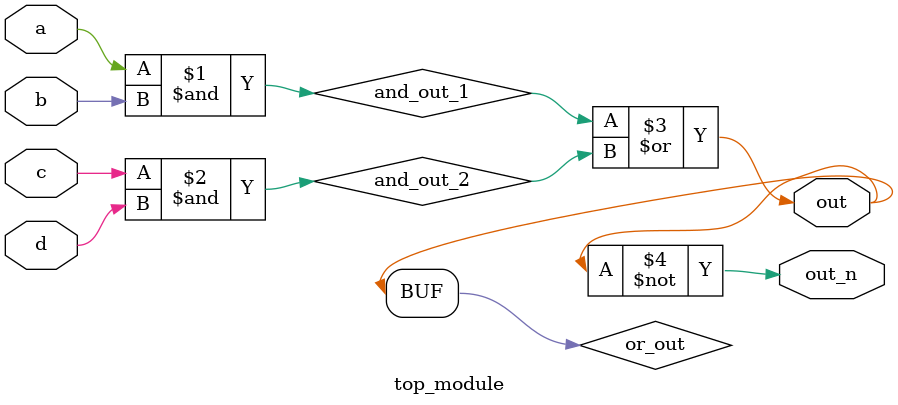
<source format=sv>
module top_module (
    input a,
    input b,
    input c,
    input d,
    output out,
    output out_n
);

    wire and_out_1, and_out_2, or_out;

    // First layer of AND gates
    and(and_out_1, a, b);
    and(and_out_2, c, d);

    // Second layer of OR gate
    or(or_out, and_out_1, and_out_2);

    // Assign outputs
    assign out = or_out;
    assign out_n = ~out;

endmodule

</source>
